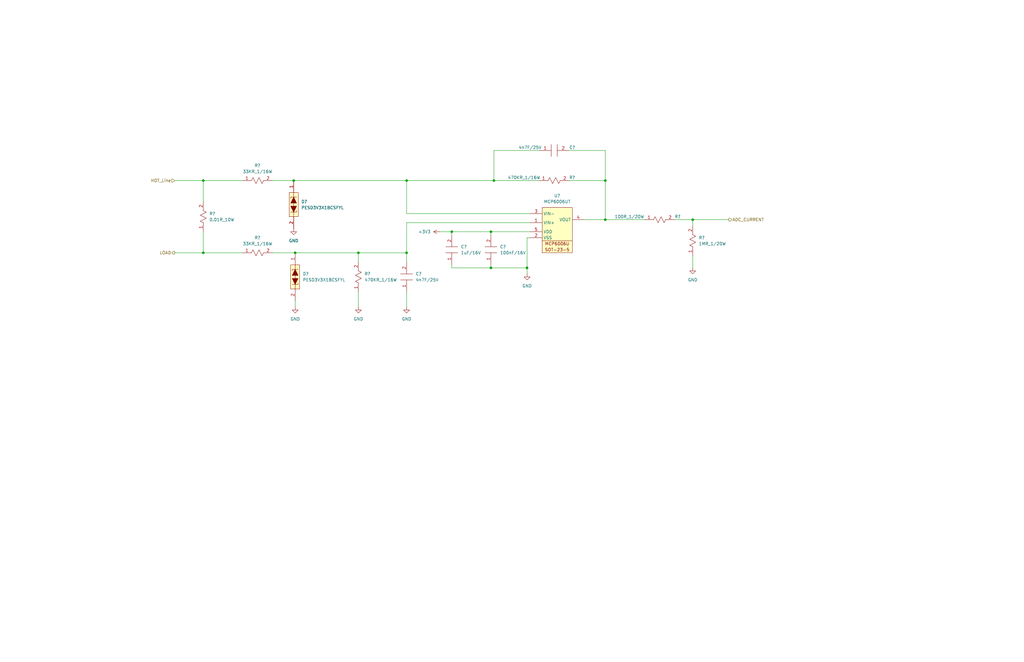
<source format=kicad_sch>
(kicad_sch (version 20211123) (generator eeschema)
  (paper "B")
  (lib_symbols
    (symbol "SmartSwitch:0.01R_10W"
      (property "Reference" "R" (at 0.635 5.08 0))
      (property "Value" "0.01R_10W" (at 5.08 3.175 0))
      (symbol "0.01R_10W_0_1"
        (polyline (pts (xy 3.81 0) (xy 4.445 1.27) (xy 5.715 -1.27) (xy 6.985 1.27) (xy 8.255 -1.27) (xy 8.89 0)))
      )
      (symbol "0.01R_10W_1_1"
        (pin passive line (at 0 0 0) (length 3.81) (name "") (number "1"))
        (pin passive line (at 12.7 0 180) (length 3.81) (name "") (number "2"))
      )
    )
    (symbol "SmartSwitch:100R_1{slash}20W"
      (property "Reference" "R" (at 1.27 2.54 0))
      (property "Value" "100R_1{slash}20W" (at 6.35 5.08 0))
      (symbol "100R_1{slash}20W_0_1"
        (polyline (pts (xy 3.81 0) (xy 4.445 1.27) (xy 5.715 -1.27) (xy 6.985 1.27) (xy 8.255 -1.27) (xy 8.89 0)))
      )
      (symbol "100R_1{slash}20W_1_1"
        (pin passive line (at 0 0 0) (length 3.81) (name "") (number "1"))
        (pin passive line (at 12.7 0 180) (length 3.81) (name "") (number "2"))
      )
    )
    (symbol "SmartSwitch:100nF{slash}16V"
      (property "Reference" "C" (at 16.51 1.27 0))
      (property "Value" "100nF{slash}16V" (at -6.35 1.27 0))
      (symbol "100nF{slash}16V_0_0"
        (polyline (pts (xy 5.08 2.54) (xy 5.08 -2.54)))
        (polyline (pts (xy 7.62 2.54) (xy 7.62 -2.54)))
      )
      (symbol "100nF{slash}16V_1_1"
        (pin passive line (at 0 0 0) (length 5.08) (name "") (number "1"))
        (pin passive line (at 12.7 0 180) (length 5.08) (name "") (number "2"))
      )
    )
    (symbol "SmartSwitch:1MR_1{slash}20W"
      (property "Reference" "R" (at 1.27 2.54 0))
      (property "Value" "1MR_1{slash}20W" (at 6.35 5.08 0))
      (symbol "1MR_1{slash}20W_0_1"
        (polyline (pts (xy 3.81 0) (xy 4.445 1.27) (xy 5.715 -1.27) (xy 6.985 1.27) (xy 8.255 -1.27) (xy 8.89 0)))
      )
      (symbol "1MR_1{slash}20W_1_1"
        (pin passive line (at 0 0 0) (length 3.81) (name "") (number "1"))
        (pin passive line (at 12.7 0 180) (length 3.81) (name "") (number "2"))
      )
    )
    (symbol "SmartSwitch:1uF{slash}16V"
      (property "Reference" "C" (at 1.27 3.81 0))
      (property "Value" "1uF{slash}16V" (at 5.08 6.35 0))
      (symbol "1uF{slash}16V_0_0"
        (polyline (pts (xy 5.08 2.54) (xy 5.08 -2.54)))
        (polyline (pts (xy 7.62 2.54) (xy 7.62 -2.54)))
      )
      (symbol "1uF{slash}16V_1_1"
        (pin passive line (at 0 0 0) (length 5.08) (name "") (number "1"))
        (pin passive line (at 12.7 0 180) (length 5.08) (name "") (number "2"))
      )
    )
    (symbol "SmartSwitch:33KR_1{slash}16W"
      (property "Reference" "R" (at 1.27 7.62 0))
      (property "Value" "33KR_1{slash}16W" (at 6.35 5.08 0))
      (symbol "33KR_1{slash}16W_0_1"
        (polyline (pts (xy 3.81 0) (xy 4.445 1.27) (xy 5.715 -1.27) (xy 6.985 1.27) (xy 8.255 -1.27) (xy 8.89 0)))
      )
      (symbol "33KR_1{slash}16W_1_1"
        (pin passive line (at 0 0 0) (length 3.81) (name "") (number "1"))
        (pin passive line (at 12.7 0 180) (length 3.81) (name "") (number "2"))
      )
    )
    (symbol "SmartSwitch:470KR_1{slash}16W"
      (property "Reference" "R" (at 1.27 6.35 0))
      (property "Value" "470KR_1{slash}16W" (at 7.62 3.81 0))
      (symbol "470KR_1{slash}16W_0_1"
        (polyline (pts (xy 3.81 0) (xy 4.445 1.27) (xy 5.715 -1.27) (xy 6.985 1.27) (xy 8.255 -1.27) (xy 8.89 0)))
      )
      (symbol "470KR_1{slash}16W_1_1"
        (pin passive line (at 0 0 0) (length 3.81) (name "") (number "1"))
        (pin passive line (at 12.7 0 180) (length 3.81) (name "") (number "2"))
      )
    )
    (symbol "SmartSwitch:4n7F{slash}25V"
      (property "Reference" "C" (at 1.27 3.81 0))
      (property "Value" "4n7F{slash}25V" (at 5.08 6.35 0))
      (symbol "4n7F{slash}25V_0_0"
        (polyline (pts (xy 5.08 2.54) (xy 5.08 -2.54)))
        (polyline (pts (xy 7.62 2.54) (xy 7.62 -2.54)))
      )
      (symbol "4n7F{slash}25V_1_1"
        (pin passive line (at 0 0 0) (length 5.08) (name "") (number "1"))
        (pin passive line (at 12.7 0 180) (length 5.08) (name "") (number "2"))
      )
    )
    (symbol "SmartSwitch:MCP6006UT"
      (property "Reference" "U" (at 0.635 8.89 0))
      (property "Value" "MCP6006UT" (at 5.715 6.35 0))
      (symbol "MCP6006UT_0_0"
        (text "MCP6006U" (at 6.35 -15.24 0) (effects (font (size 1.27 1.27))))
        (text "SOT-23-5" (at 6.35 -17.78 0) (effects (font (size 1.27 1.27))))
      )
      (symbol "MCP6006UT_0_1"
        (polyline (pts (xy 0 -13.97) (xy 12.7 -13.97)))
        (rectangle (start 0 0) (end 12.7 -19.05) (fill (type background)))
      )
      (symbol "MCP6006UT_1_1"
        (pin input line (at -5.08 -6.35 0) (length 5.08) (name "VIN+") (number "1"))
        (pin passive line (at -5.08 -12.7 0) (length 5.08) (name "VSS") (number "2"))
        (pin input line (at -5.08 -2.54 0) (length 5.08) (name "VIN-") (number "3"))
        (pin output line (at 17.78 -5.08 180) (length 5.08) (name "VOUT") (number "4"))
        (pin passive line (at -5.08 -10.16 0) (length 5.08) (name "VDD") (number "5"))
      )
    )
    (symbol "SmartSwitch:PESD3V3X1BCSFYL"
      (property "Reference" "D" (at 0.635 6.985 0))
      (property "Value" "PESD3V3X1BCSFYL" (at 8.89 5.08 0))
      (symbol "PESD3V3X1BCSFYL_0_1"
        (polyline (pts (xy 1.905 -8.255) (xy 1.905 -10.16)))
        (polyline (pts (xy 1.905 -5.715) (xy 1.905 -4.445)))
        (polyline (pts (xy 1.905 -1.905) (xy 1.905 0)))
        (polyline (pts (xy 0.635 -2.54) (xy 0.635 -1.905) (xy 3.175 -1.905)))
        (polyline (pts (xy 3.175 -7.62) (xy 3.175 -8.255) (xy 0.635 -8.255)))
        (polyline (pts (xy 0.635 -4.445) (xy 3.175 -4.445) (xy 1.905 -1.905) (xy 0.635 -4.445)) (fill (type outline)))
        (polyline (pts (xy 3.175 -5.715) (xy 0.635 -5.715) (xy 1.905 -8.255) (xy 3.175 -5.715)) (fill (type outline)))
        (rectangle (start 0 0) (end 3.81 -10.16) (fill (type background)))
      )
      (symbol "PESD3V3X1BCSFYL_1_1"
        (pin passive line (at 1.905 5.08 270) (length 5.08) (name "") (number "1"))
        (pin passive line (at 1.905 -15.24 90) (length 5.08) (name "") (number "2"))
      )
    )
    (symbol "power:+3V3" (power) (pin_names (offset 0))
      (property "Value" "+3V3" (at 0 3.556 0))
      (symbol "+3V3_0_1"
        (polyline (pts (xy -0.762 1.27) (xy 0 2.54)))
        (polyline (pts (xy 0 0) (xy 0 2.54)))
        (polyline (pts (xy 0 2.54) (xy 0.762 1.27)))
      )
      (symbol "+3V3_1_1"
        (pin power_in line (at 0 0 90) (length 0) hide (name "+3V3") (number "1"))
      )
    )
    (symbol "power:GND" (power) (pin_names (offset 0))
      (property "Value" "GND" (at 0 -3.81 0))
      (symbol "GND_0_1"
        (polyline (pts (xy 0 0) (xy 0 -1.27) (xy 1.27 -1.27) (xy 0 -2.54) (xy -1.27 -1.27) (xy 0 -1.27)))
      )
      (symbol "GND_1_1"
        (pin power_in line (at 0 0 270) (length 0) hide (name "GND") (number "1"))
      )
    )
  )
  (junction (at 123.825 76.2))
  (junction (at 124.46 106.68))
  (junction (at 85.725 106.68))
  (junction (at 171.45 106.68))
  (junction (at 222.25 113.03))
  (junction (at 171.45 76.2))
  (junction (at 255.27 76.2))
  (junction (at 292.1 92.71))
  (junction (at 208.28 76.2))
  (junction (at 85.725 76.2))
  (junction (at 255.27 92.71))
  (junction (at 190.5 97.79))
  (junction (at 207.01 97.79))
  (junction (at 151.13 106.68))
  (junction (at 207.01 113.03))
  (wire (pts (xy 227.33 63.5) (xy 208.28 63.5)))
  (wire (pts (xy 292.1 95.25) (xy 292.1 92.71)))
  (wire (pts (xy 255.27 63.5) (xy 255.27 76.2)))
  (wire (pts (xy 124.46 129.54) (xy 124.46 127)))
  (wire (pts (xy 255.27 92.71) (xy 246.38 92.71)))
  (wire (pts (xy 171.45 93.98) (xy 171.45 106.68)))
  (wire (pts (xy 208.28 76.2) (xy 171.45 76.2)))
  (wire (pts (xy 223.52 90.17) (xy 171.45 90.17)))
  (wire (pts (xy 151.13 123.19) (xy 151.13 129.54)))
  (wire (pts (xy 255.27 76.2) (xy 255.27 92.71)))
  (wire (pts (xy 73.66 106.68) (xy 85.725 106.68)))
  (wire (pts (xy 123.825 76.2) (xy 171.45 76.2)))
  (wire (pts (xy 207.01 97.79) (xy 223.52 97.79)))
  (wire (pts (xy 222.25 113.03) (xy 222.25 115.57)))
  (wire (pts (xy 208.28 63.5) (xy 208.28 76.2)))
  (wire (pts (xy 227.33 76.2) (xy 208.28 76.2)))
  (wire (pts (xy 292.1 92.71) (xy 307.34 92.71)))
  (wire (pts (xy 223.52 100.33) (xy 222.25 100.33)))
  (wire (pts (xy 85.725 106.68) (xy 85.725 97.79)))
  (wire (pts (xy 85.725 106.68) (xy 102.235 106.68)))
  (wire (pts (xy 171.45 106.68) (xy 171.45 110.49)))
  (wire (pts (xy 190.5 113.03) (xy 207.01 113.03)))
  (wire (pts (xy 284.48 92.71) (xy 292.1 92.71)))
  (wire (pts (xy 171.45 123.19) (xy 171.45 129.54)))
  (wire (pts (xy 85.725 76.2) (xy 102.235 76.2)))
  (wire (pts (xy 255.27 92.71) (xy 271.78 92.71)))
  (wire (pts (xy 223.52 93.98) (xy 171.45 93.98)))
  (wire (pts (xy 73.66 76.2) (xy 85.725 76.2)))
  (wire (pts (xy 185.42 97.79) (xy 190.5 97.79)))
  (wire (pts (xy 292.1 113.03) (xy 292.1 107.95)))
  (wire (pts (xy 151.13 110.49) (xy 151.13 106.68)))
  (wire (pts (xy 151.13 106.68) (xy 124.46 106.68)))
  (wire (pts (xy 207.01 113.03) (xy 222.25 113.03)))
  (wire (pts (xy 190.5 111.76) (xy 190.5 113.03)))
  (wire (pts (xy 240.03 63.5) (xy 255.27 63.5)))
  (wire (pts (xy 190.5 97.79) (xy 190.5 99.06)))
  (wire (pts (xy 207.01 97.79) (xy 207.01 99.06)))
  (wire (pts (xy 85.725 76.2) (xy 85.725 85.09)))
  (wire (pts (xy 207.01 111.76) (xy 207.01 113.03)))
  (wire (pts (xy 190.5 97.79) (xy 207.01 97.79)))
  (wire (pts (xy 171.45 106.68) (xy 151.13 106.68)))
  (wire (pts (xy 240.03 76.2) (xy 255.27 76.2)))
  (wire (pts (xy 123.825 76.2) (xy 114.935 76.2)))
  (wire (pts (xy 114.935 106.68) (xy 124.46 106.68)))
  (wire (pts (xy 222.25 100.33) (xy 222.25 113.03)))
  (wire (pts (xy 171.45 90.17) (xy 171.45 76.2)))
  (hierarchical_label "LOAD" (shape output) (at 73.66 106.68 180))
  (hierarchical_label "ADC_CURRENT" (shape output) (at 307.34 92.71 0))
  (hierarchical_label "HOT_Line" (shape input) (at 73.66 76.2 180))
  (symbol (lib_id "power:GND") (at 124.46 129.54 0) (unit 1)
    (property "Reference" "#PWR?" (effects hide))
    (property "Value" "GND" (at 124.46 134.62 0))
  )
  (symbol (lib_id "power:GND") (at 123.825 96.52 0) (unit 1)
    (property "Reference" "#PWR?" (effects hide))
    (property "Value" "GND" (at 123.825 101.6 0))
  )
  (symbol (lib_id "power:GND") (at 171.45 129.54 0) (unit 1)
    (property "Reference" "#PWR?" (effects hide))
    (property "Value" "GND" (at 171.45 134.62 0))
  )
  (symbol (lib_id "SmartSwitch:100nF{slash}16V") (at 207.01 111.76 90) (unit 1)
    (property "Reference" "C?" (at 210.82 104.1399 90) (effects (justify right)))
    (property "Value" "100nF/16V" (at 210.82 106.6799 90) (effects (justify right)))
    (property "Footprint" "Capacitor_SMD:C_0402_1005Metric" (effects hide))
    (property "Datasheet" "https://connect.kemet.com:7667/gateway/IntelliData-ComponentDocumentation/1.0/download/datasheet/C0402C104K4RAC7411" (effects hide))
    (property "Description" "CAP CER 0.1UF 16V X7R 0402" (effects hide))
  )
  (symbol (lib_id "power:GND") (at 222.25 115.57 0) (unit 1)
    (property "Reference" "#PWR?" (effects hide))
    (property "Value" "GND" (at 222.25 120.65 0))
  )
  (symbol (lib_id "power:GND") (at 292.1 113.03 0) (unit 1)
    (property "Reference" "#PWR?" (effects hide))
    (property "Value" "GND" (at 292.1 118.11 0))
  )
  (symbol (lib_id "SmartSwitch:1uF{slash}16V") (at 190.5 111.76 90) (unit 1)
    (property "Reference" "C?" (at 194.31 104.1399 90) (effects (justify right)))
    (property "Value" "1uF/16V" (at 194.31 106.6799 90) (effects (justify right)))
    (property "Footprint" "Capacitor_SMD:C_0402_1005Metric" (effects hide))
    (property "Description" "1 µF ±10% 16V Ceramic Capacitor X6S 0402 (1005 Metric)" (effects hide))
  )
  (symbol (lib_id "SmartSwitch:PESD3V3X1BCSFYL") (at 122.555 111.76 0) (unit 1)
    (property "Reference" "D?" (at 127.635 115.5699 0) (effects (justify left)))
    (property "Value" "PESD3V3X1BCSFYL" (at 127.635 118.1099 0) (effects (justify left)))
    (property "Datasheet" "https://assets.nexperia.com/documents/data-sheet/PESD3V3X1BCSF.pdf" (effects hide))
    (property "Description" "TVS DIODE 3.3VWM 5.5VC DSN0603-2" (effects hide))
  )
  (symbol (lib_id "power:+3V3") (at 185.42 97.79 90) (unit 1)
    (property "Reference" "#PWR?" (effects hide))
    (property "Value" "+3V3" (at 181.61 97.7899 90) (effects (justify left)))
  )
  (symbol (lib_id "SmartSwitch:1MR_1{slash}20W") (at 292.1 107.95 90) (unit 1)
    (property "Reference" "R?" (at 294.64 100.3299 90) (effects (justify right)))
    (property "Value" "1MR_1/20W" (at 294.64 102.8699 90) (effects (justify right)))
    (property "Footprint" "Resistor_SMD:R_0201_0603Metric" (effects hide))
    (property "Datasheet" "https://www.seielect.com/catalog/sei-rmcf_rmcp.pdf" (effects hide))
    (property "Description" "RES 1M OHM 1% 1/20W 0201" (effects hide))
  )
  (symbol (lib_id "SmartSwitch:470KR_1{slash}16W") (at 227.33 76.2 0) (unit 1)
    (property "Reference" "R?" (at 241.3 74.93 0))
    (property "Value" "470KR_1/16W" (at 220.98 74.93 0))
    (property "Footprint" "Resistor_SMD:R_0402_1005Metric" (effects hide))
    (property "Datasheet" "https://www.seielect.com/catalog/sei-rmcf_rmcp.pdf" (effects hide))
    (property "Description" "RES 470K OHM 1% 1/16W 0402" (effects hide))
  )
  (symbol (lib_id "SmartSwitch:0.01R_10W") (at 85.725 97.79 90) (unit 1)
    (property "Reference" "R?" (at 88.265 90.1699 90) (effects (justify right)))
    (property "Value" "0.01R_10W" (at 88.265 92.7099 90) (effects (justify right)))
    (property "Footprint" "Resistor_SMD:R_2816_7142Metric_Pad3.20x4.45mm_HandSolder" (effects hide))
    (property "Datasheet" "https://www.vishay.com/docs/30347/wshp2818.pdf" (effects hide))
    (property "Description" "RES 0.01 OHM 1% 10W 2818" (effects hide))
  )
  (symbol (lib_id "SmartSwitch:33KR_1{slash}16W") (at 102.235 106.68 0) (unit 1)
    (property "Reference" "R?" (at 108.585 100.33 0))
    (property "Value" "33KR_1/16W" (at 108.585 102.87 0))
    (property "Footprint" "Resistor_SMD:R_0402_1005Metric" (effects hide))
    (property "Datasheet" "https://www.seielect.com/catalog/sei-rmcf_rmcp.pdf" (effects hide))
    (property "Description" "RES 33K OHM 1% 1/16W 0402" (effects hide))
  )
  (symbol (lib_id "SmartSwitch:PESD3V3X1BCSFYL") (at 121.92 81.28 0) (unit 1)
    (property "Reference" "D?" (at 127 85.0899 0) (effects (justify left)))
    (property "Value" "PESD3V3X1BCSFYL" (at 127 87.6299 0) (effects (justify left)))
    (property "Datasheet" "https://assets.nexperia.com/documents/data-sheet/PESD3V3X1BCSF.pdf" (effects hide))
    (property "Description" "TVS DIODE 3.3VWM 5.5VC DSN0603-2" (effects hide))
  )
  (symbol (lib_id "power:GND") (at 151.13 129.54 0) (unit 1)
    (property "Reference" "#PWR?" (effects hide))
    (property "Value" "GND" (at 151.13 134.62 0))
  )
  (symbol (lib_id "SmartSwitch:4n7F{slash}25V") (at 171.45 123.19 90) (unit 1)
    (property "Reference" "C?" (at 175.26 115.5699 90) (effects (justify right)))
    (property "Value" "4n7F/25V" (at 175.26 118.1099 90) (effects (justify right)))
    (property "Footprint" "Capacitor_SMD:C_0402_1005Metric" (effects hide))
    (property "Datasheet" "https://connect.kemet.com:7667/gateway/IntelliData-ComponentDocumentation/1.0/download/datasheet/C0402C472K3RACTU" (effects hide))
    (property "Description" "CAP CER 4700PF 25V X7R 0402" (effects hide))
  )
  (symbol (lib_id "SmartSwitch:100R_1{slash}20W") (at 271.78 92.71 0) (unit 1)
    (property "Reference" "R?" (at 285.75 91.44 0))
    (property "Value" "100R_1/20W" (at 265.43 91.44 0))
    (property "Footprint" "Resistor_SMD:R_0201_0603Metric" (effects hide))
    (property "Datasheet" "https://www.seielect.com/catalog/sei-rmcf_rmcp.pdf" (effects hide))
    (property "Description" "RES 100 OHM 1% 1/20W 0201" (effects hide))
  )
  (symbol (lib_id "SmartSwitch:470KR_1{slash}16W") (at 151.13 123.19 90) (unit 1)
    (property "Reference" "R?" (at 153.67 115.5699 90) (effects (justify right)))
    (property "Value" "470KR_1/16W" (at 153.67 118.1099 90) (effects (justify right)))
    (property "Footprint" "Resistor_SMD:R_0402_1005Metric" (effects hide))
    (property "Datasheet" "https://www.seielect.com/catalog/sei-rmcf_rmcp.pdf" (effects hide))
    (property "Description" "RES 470K OHM 1% 1/16W 0402" (effects hide))
  )
  (symbol (lib_id "SmartSwitch:33KR_1{slash}16W") (at 102.235 76.2 0) (unit 1)
    (property "Reference" "R?" (at 108.585 69.85 0))
    (property "Value" "33KR_1/16W" (at 108.585 72.39 0))
    (property "Footprint" "Resistor_SMD:R_0402_1005Metric" (effects hide))
    (property "Datasheet" "https://www.seielect.com/catalog/sei-rmcf_rmcp.pdf" (effects hide))
    (property "Description" "RES 33K OHM 1% 1/16W 0402" (effects hide))
  )
  (symbol (lib_id "SmartSwitch:MCP6006UT") (at 228.6 87.63 0) (unit 1)
    (property "Reference" "U?" (at 234.95 82.55 0))
    (property "Value" "MCP6006UT" (at 234.95 85.09 0))
    (property "Footprint" "Package_TO_SOT_SMD:SOT-23-5" (effects hide))
    (property "Datasheet" "https://ww1.microchip.com/downloads/en/DeviceDoc/MCP6006-6R-6U-7-9-Family-Data-Sheet-DS20006411A.pdf" (effects hide))
    (property "Description" "IC OPAMP GP 1 CIRCUIT SOT23-5" (effects hide))
  )
  (symbol (lib_id "SmartSwitch:4n7F{slash}25V") (at 227.33 63.5 0) (unit 1)
    (property "Reference" "C?" (at 241.3 62.23 0))
    (property "Value" "4n7F/25V" (at 223.52 62.23 0))
    (property "Footprint" "Capacitor_SMD:C_0402_1005Metric" (effects hide))
    (property "Datasheet" "https://connect.kemet.com:7667/gateway/IntelliData-ComponentDocumentation/1.0/download/datasheet/C0402C472K3RACTU" (effects hide))
    (property "Description" "CAP CER 4700PF 25V X7R 0402" (effects hide))
  )
)
</source>
